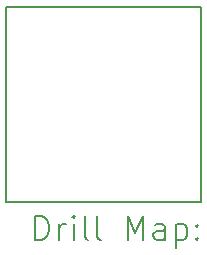
<source format=gbr>
%TF.GenerationSoftware,KiCad,Pcbnew,6.0.10-86aedd382b~118~ubuntu22.04.1*%
%TF.CreationDate,2023-02-01T12:08:23+01:00*%
%TF.ProjectId,rpcube,72706375-6265-42e6-9b69-6361645f7063,rev?*%
%TF.SameCoordinates,Original*%
%TF.FileFunction,Drillmap*%
%TF.FilePolarity,Positive*%
%FSLAX45Y45*%
G04 Gerber Fmt 4.5, Leading zero omitted, Abs format (unit mm)*
G04 Created by KiCad (PCBNEW 6.0.10-86aedd382b~118~ubuntu22.04.1) date 2023-02-01 12:08:23*
%MOMM*%
%LPD*%
G01*
G04 APERTURE LIST*
%ADD10C,0.200000*%
G04 APERTURE END LIST*
D10*
X7607300Y-5930900D02*
X9258300Y-5930900D01*
X9258300Y-5930900D02*
X9258300Y-7581900D01*
X9258300Y-7581900D02*
X7607300Y-7581900D01*
X7607300Y-7581900D02*
X7607300Y-5930900D01*
X7854919Y-7902376D02*
X7854919Y-7702376D01*
X7902538Y-7702376D01*
X7931109Y-7711900D01*
X7950157Y-7730948D01*
X7959681Y-7749995D01*
X7969205Y-7788090D01*
X7969205Y-7816662D01*
X7959681Y-7854757D01*
X7950157Y-7873805D01*
X7931109Y-7892852D01*
X7902538Y-7902376D01*
X7854919Y-7902376D01*
X8054919Y-7902376D02*
X8054919Y-7769043D01*
X8054919Y-7807138D02*
X8064443Y-7788090D01*
X8073967Y-7778567D01*
X8093014Y-7769043D01*
X8112062Y-7769043D01*
X8178728Y-7902376D02*
X8178728Y-7769043D01*
X8178728Y-7702376D02*
X8169205Y-7711900D01*
X8178728Y-7721424D01*
X8188252Y-7711900D01*
X8178728Y-7702376D01*
X8178728Y-7721424D01*
X8302538Y-7902376D02*
X8283490Y-7892852D01*
X8273967Y-7873805D01*
X8273967Y-7702376D01*
X8407300Y-7902376D02*
X8388252Y-7892852D01*
X8378728Y-7873805D01*
X8378728Y-7702376D01*
X8635871Y-7902376D02*
X8635871Y-7702376D01*
X8702538Y-7845233D01*
X8769205Y-7702376D01*
X8769205Y-7902376D01*
X8950157Y-7902376D02*
X8950157Y-7797614D01*
X8940633Y-7778567D01*
X8921586Y-7769043D01*
X8883490Y-7769043D01*
X8864443Y-7778567D01*
X8950157Y-7892852D02*
X8931110Y-7902376D01*
X8883490Y-7902376D01*
X8864443Y-7892852D01*
X8854919Y-7873805D01*
X8854919Y-7854757D01*
X8864443Y-7835709D01*
X8883490Y-7826186D01*
X8931110Y-7826186D01*
X8950157Y-7816662D01*
X9045395Y-7769043D02*
X9045395Y-7969043D01*
X9045395Y-7778567D02*
X9064443Y-7769043D01*
X9102538Y-7769043D01*
X9121586Y-7778567D01*
X9131110Y-7788090D01*
X9140633Y-7807138D01*
X9140633Y-7864281D01*
X9131110Y-7883328D01*
X9121586Y-7892852D01*
X9102538Y-7902376D01*
X9064443Y-7902376D01*
X9045395Y-7892852D01*
X9226348Y-7883328D02*
X9235871Y-7892852D01*
X9226348Y-7902376D01*
X9216824Y-7892852D01*
X9226348Y-7883328D01*
X9226348Y-7902376D01*
X9226348Y-7778567D02*
X9235871Y-7788090D01*
X9226348Y-7797614D01*
X9216824Y-7788090D01*
X9226348Y-7778567D01*
X9226348Y-7797614D01*
M02*

</source>
